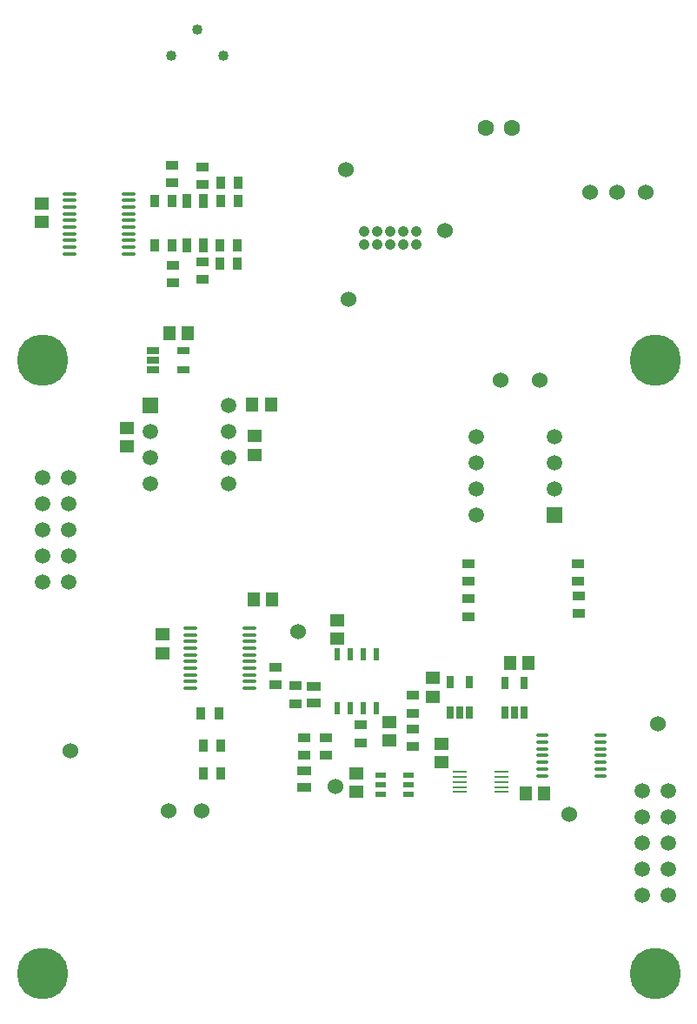
<source format=gbr>
G04 Layer_Color=255*
%FSLAX26Y26*%
%MOIN*%
%TF.FileFunction,Pads,Top*%
%TF.Part,Single*%
G01*
G75*
%TA.AperFunction,SMDPad,CuDef*%
%ADD10R,0.057087X0.045276*%
%ADD11R,0.045276X0.057087*%
G04:AMPARAMS|DCode=12|XSize=21.654mil|YSize=49.213mil|CornerRadius=1.949mil|HoleSize=0mil|Usage=FLASHONLY|Rotation=180.000|XOffset=0mil|YOffset=0mil|HoleType=Round|Shape=RoundedRectangle|*
%AMROUNDEDRECTD12*
21,1,0.021654,0.045315,0,0,180.0*
21,1,0.017756,0.049213,0,0,180.0*
1,1,0.003898,-0.008878,0.022657*
1,1,0.003898,0.008878,0.022657*
1,1,0.003898,0.008878,-0.022657*
1,1,0.003898,-0.008878,-0.022657*
%
%ADD12ROUNDEDRECTD12*%
%ADD13R,0.051181X0.033465*%
%ADD14O,0.055118X0.013780*%
%ADD15R,0.039370X0.023622*%
%ADD16R,0.037402X0.053150*%
G04:AMPARAMS|DCode=17|XSize=25.591mil|YSize=47.244mil|CornerRadius=1.919mil|HoleSize=0mil|Usage=FLASHONLY|Rotation=180.000|XOffset=0mil|YOffset=0mil|HoleType=Round|Shape=RoundedRectangle|*
%AMROUNDEDRECTD17*
21,1,0.025591,0.043406,0,0,180.0*
21,1,0.021752,0.047244,0,0,180.0*
1,1,0.003839,-0.010876,0.021703*
1,1,0.003839,0.010876,0.021703*
1,1,0.003839,0.010876,-0.021703*
1,1,0.003839,-0.010876,-0.021703*
%
%ADD17ROUNDEDRECTD17*%
%ADD18O,0.049213X0.013780*%
%ADD19O,0.057087X0.009842*%
G04:AMPARAMS|DCode=20|XSize=25.591mil|YSize=47.244mil|CornerRadius=1.919mil|HoleSize=0mil|Usage=FLASHONLY|Rotation=90.000|XOffset=0mil|YOffset=0mil|HoleType=Round|Shape=RoundedRectangle|*
%AMROUNDEDRECTD20*
21,1,0.025591,0.043406,0,0,90.0*
21,1,0.021752,0.047244,0,0,90.0*
1,1,0.003839,0.021703,0.010876*
1,1,0.003839,0.021703,-0.010876*
1,1,0.003839,-0.021703,-0.010876*
1,1,0.003839,-0.021703,0.010876*
%
%ADD20ROUNDEDRECTD20*%
%ADD21R,0.033465X0.051181*%
%ADD22R,0.053150X0.037402*%
%TA.AperFunction,ComponentPad*%
%ADD25C,0.060000*%
%ADD26C,0.059055*%
%ADD27C,0.062992*%
%ADD28C,0.040000*%
%ADD29R,0.059055X0.059055*%
%TA.AperFunction,ViaPad*%
%ADD30C,0.196850*%
%TA.AperFunction,ComponentPad*%
%ADD31C,0.042000*%
D10*
X1647386Y1213134D02*
D03*
Y1284000D02*
D03*
X1682110Y960472D02*
D03*
Y1031339D02*
D03*
X1355110Y847677D02*
D03*
Y918543D02*
D03*
X473110Y2242543D02*
D03*
Y2171677D02*
D03*
X963110Y2210543D02*
D03*
Y2139677D02*
D03*
X147110Y3030472D02*
D03*
Y3101338D02*
D03*
X1480000Y1115433D02*
D03*
Y1044567D02*
D03*
X1280000Y1434567D02*
D03*
Y1505433D02*
D03*
X610110Y1379678D02*
D03*
Y1450544D02*
D03*
D11*
X2004567Y840000D02*
D03*
X2075433D02*
D03*
X2015795Y1340110D02*
D03*
X1944929D02*
D03*
X638677Y2606110D02*
D03*
X709543D02*
D03*
X961677Y1585110D02*
D03*
X1032543D02*
D03*
X1026543Y2331110D02*
D03*
X955677D02*
D03*
D12*
X1430386Y1373913D02*
D03*
X1380386D02*
D03*
X1330386D02*
D03*
X1280386D02*
D03*
X1430386Y1167220D02*
D03*
X1380386D02*
D03*
X1330386D02*
D03*
X1280386D02*
D03*
D13*
X1571110Y1216575D02*
D03*
Y1149646D02*
D03*
X1783110Y1519646D02*
D03*
Y1586575D02*
D03*
X2208110Y1531646D02*
D03*
Y1598575D02*
D03*
X2205110Y1653646D02*
D03*
Y1720575D02*
D03*
X1783110Y1653646D02*
D03*
Y1720575D02*
D03*
X1570362Y1089109D02*
D03*
Y1022180D02*
D03*
X648110Y3182646D02*
D03*
Y3249575D02*
D03*
X651110Y2798646D02*
D03*
Y2865575D02*
D03*
X764110Y2877575D02*
D03*
Y2810646D02*
D03*
X766110Y3174646D02*
D03*
Y3241575D02*
D03*
X1120000Y1253465D02*
D03*
Y1186535D02*
D03*
X1155110Y1054575D02*
D03*
Y987646D02*
D03*
X1043854Y1324939D02*
D03*
Y1258010D02*
D03*
X1237110Y1054575D02*
D03*
Y987646D02*
D03*
X1370000Y1103465D02*
D03*
Y1036535D02*
D03*
D14*
X716922Y1475268D02*
D03*
Y1449678D02*
D03*
Y1424086D02*
D03*
Y1398496D02*
D03*
Y1372906D02*
D03*
Y1347314D02*
D03*
Y1321724D02*
D03*
Y1296134D02*
D03*
Y1270544D02*
D03*
Y1244952D02*
D03*
X943300Y1475268D02*
D03*
Y1449678D02*
D03*
Y1424086D02*
D03*
Y1398496D02*
D03*
Y1372906D02*
D03*
Y1347314D02*
D03*
Y1321724D02*
D03*
Y1296134D02*
D03*
Y1270544D02*
D03*
Y1244952D02*
D03*
X255944Y3139724D02*
D03*
Y3114134D02*
D03*
Y3088544D02*
D03*
Y3062952D02*
D03*
Y3037362D02*
D03*
Y3011772D02*
D03*
Y2986182D02*
D03*
Y2960590D02*
D03*
Y2935000D02*
D03*
Y2909410D02*
D03*
X482322Y3139724D02*
D03*
Y3114134D02*
D03*
Y3088544D02*
D03*
Y3062952D02*
D03*
Y3037362D02*
D03*
Y3011772D02*
D03*
Y2986182D02*
D03*
Y2960590D02*
D03*
Y2935000D02*
D03*
Y2909410D02*
D03*
D15*
X1447574Y912796D02*
D03*
Y875394D02*
D03*
Y837992D02*
D03*
X1555842D02*
D03*
Y875394D02*
D03*
Y912796D02*
D03*
D16*
X703614Y3110111D02*
D03*
X766606D02*
D03*
X704614Y2941111D02*
D03*
X767606D02*
D03*
D17*
X1924386Y1149932D02*
D03*
X1961788D02*
D03*
X1999188D02*
D03*
Y1266074D02*
D03*
X1924386D02*
D03*
X1714216Y1151496D02*
D03*
X1751618D02*
D03*
X1789018D02*
D03*
Y1267638D02*
D03*
X1714216D02*
D03*
D18*
X2069622Y1063386D02*
D03*
Y1037796D02*
D03*
Y1012204D02*
D03*
Y986614D02*
D03*
Y961024D02*
D03*
Y935434D02*
D03*
Y909842D02*
D03*
X2292062Y1063386D02*
D03*
Y1037796D02*
D03*
Y1012204D02*
D03*
Y986614D02*
D03*
Y961024D02*
D03*
Y935434D02*
D03*
Y909842D02*
D03*
D19*
X1910292Y846772D02*
D03*
Y866456D02*
D03*
Y886142D02*
D03*
Y905826D02*
D03*
Y925512D02*
D03*
X1750842Y846772D02*
D03*
Y866456D02*
D03*
Y886142D02*
D03*
Y905826D02*
D03*
Y925512D02*
D03*
D20*
X574040Y2539512D02*
D03*
Y2502110D02*
D03*
Y2464708D02*
D03*
X690182D02*
D03*
Y2539512D02*
D03*
D21*
X835646Y3110110D02*
D03*
X902575D02*
D03*
X834646Y3181110D02*
D03*
X901575D02*
D03*
X832646Y2871110D02*
D03*
X899575D02*
D03*
X647575Y2941095D02*
D03*
X580646D02*
D03*
X832646D02*
D03*
X899575D02*
D03*
X581646Y3110110D02*
D03*
X648575D02*
D03*
X826575Y1148110D02*
D03*
X759646D02*
D03*
X833575Y917110D02*
D03*
X766646D02*
D03*
X833575Y1024110D02*
D03*
X766646D02*
D03*
D22*
X1190000Y1188504D02*
D03*
Y1251496D02*
D03*
X1156110Y927606D02*
D03*
Y864614D02*
D03*
D25*
X2170000Y760000D02*
D03*
X634913Y774110D02*
D03*
X2058338Y2423260D02*
D03*
X1908732D02*
D03*
X1315110Y3231110D02*
D03*
X1323110Y2735110D02*
D03*
X2466110Y3145110D02*
D03*
X2355110Y3145110D02*
D03*
X2250110Y3143810D02*
D03*
X1694110Y2997110D02*
D03*
X1132110Y1463110D02*
D03*
X760110Y774110D02*
D03*
X257759Y1005858D02*
D03*
X1275110Y868110D02*
D03*
X2511110Y1107110D02*
D03*
D26*
X150110Y2050110D02*
D03*
Y1950110D02*
D03*
Y1850110D02*
D03*
Y1750110D02*
D03*
Y1650110D02*
D03*
X250110Y2050110D02*
D03*
Y1950110D02*
D03*
Y1850110D02*
D03*
Y1750110D02*
D03*
Y1650110D02*
D03*
X1814134Y2209568D02*
D03*
Y2109568D02*
D03*
Y2009568D02*
D03*
Y1909568D02*
D03*
X2114134Y2209568D02*
D03*
Y2109568D02*
D03*
Y2009568D02*
D03*
X2450110Y850110D02*
D03*
Y750110D02*
D03*
Y650110D02*
D03*
Y550110D02*
D03*
Y450110D02*
D03*
X2550110Y850110D02*
D03*
Y750110D02*
D03*
Y650110D02*
D03*
Y550110D02*
D03*
Y450110D02*
D03*
X866110Y2027110D02*
D03*
Y2127110D02*
D03*
Y2227110D02*
D03*
Y2327110D02*
D03*
X566110Y2027110D02*
D03*
Y2127110D02*
D03*
Y2227110D02*
D03*
D27*
X1952110Y3390110D02*
D03*
X1852110D02*
D03*
D28*
X644110Y3669110D02*
D03*
X844110D02*
D03*
X744110Y3769110D02*
D03*
D29*
X2114134Y1909568D02*
D03*
X566110Y2327110D02*
D03*
D30*
X150110Y150110D02*
D03*
X2500110D02*
D03*
X150110Y2500110D02*
D03*
X2500110D02*
D03*
D31*
X1585110Y2995112D02*
D03*
Y2945112D02*
D03*
X1535110Y2995112D02*
D03*
Y2945112D02*
D03*
X1485110Y2995112D02*
D03*
Y2945112D02*
D03*
X1435110Y2995112D02*
D03*
Y2945112D02*
D03*
X1385110Y2995112D02*
D03*
Y2945112D02*
D03*
%TF.MD5,95e6f1a1575f25cdbd78cd07feb96ff9*%
M02*

</source>
